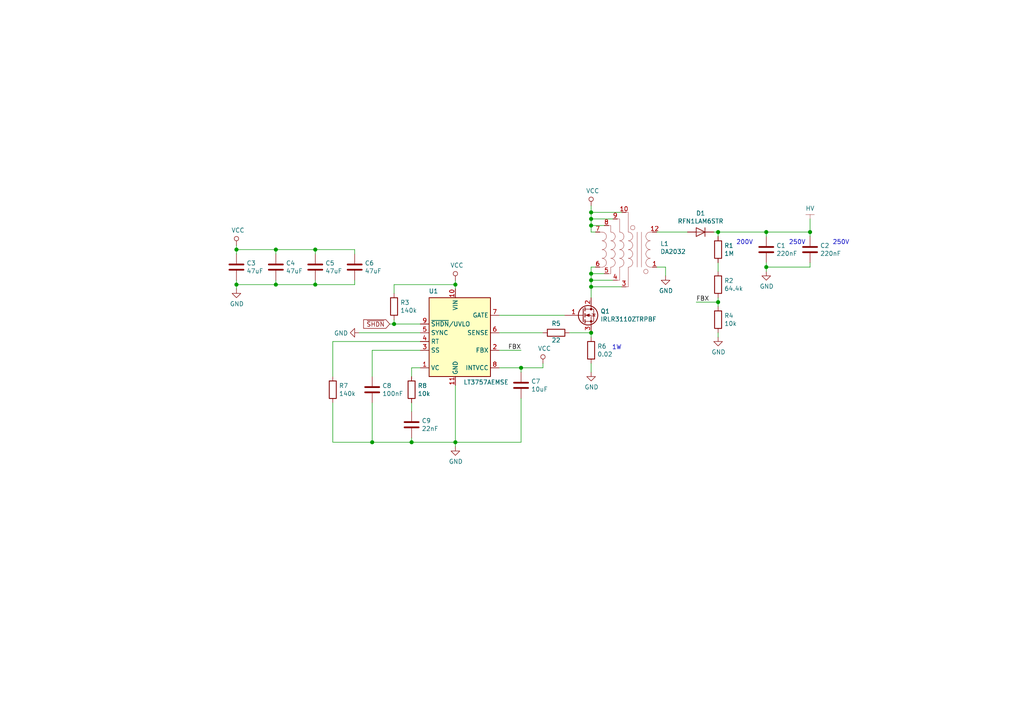
<source format=kicad_sch>
(kicad_sch (version 20200828) (generator eeschema)
  (page 2 4)
  (paper "A4")
  (title_block (title "Nixie Clock - HV Supply") (date "2021-03-10") (company "Bastian de Byl") (comment 1 "https://github.com/tonyp7/170v-nixie-power-supply/") (comment 2 "Original source from 'tonyp7'"))
  (lib_symbols
    (symbol "Device:C" (pin_numbers hide) (pin_names (offset 0.254))
      (property "Reference" "C" (at 0.635 2.54 0))
      (property "Value" "C" (at 0.635 -2.54 0))
      (symbol "C_0_1"
        (polyline (pts (xy -2.032 -0.762) (xy 2.032 -0.762)) (stroke (width 0.508)))
        (polyline (pts (xy -2.032 0.762) (xy 2.032 0.762)) (stroke (width 0.508)))
      )
      (symbol "C_1_1"
        (pin passive line (at 0 3.81 270) (length 2.794) (name "~") (number "1"))
        (pin passive line (at 0 -3.81 90) (length 2.794) (name "~") (number "2"))
      )
    )
    (symbol "Device:D" (pin_numbers hide) (pin_names (offset 1.016) hide)
      (property "Reference" "D" (at 0 2.54 0))
      (property "Value" "D" (at 0 -2.54 0))
      (symbol "D_0_1"
        (polyline (pts (xy -1.27 1.27) (xy -1.27 -1.27)) (stroke (width 0.2032)))
        (polyline (pts (xy 1.27 0) (xy -1.27 0)))
        (polyline (pts (xy 1.27 1.27) (xy 1.27 -1.27) (xy -1.27 0) (xy 1.27 1.27)) (stroke (width 0.2032)))
      )
      (symbol "D_1_1"
        (pin passive line (at -3.81 0 0) (length 2.54) (name "K") (number "1"))
        (pin passive line (at 3.81 0 180) (length 2.54) (name "A") (number "2"))
      )
    )
    (symbol "Device:Q_NMOS_GDS" (pin_names (offset 0) hide)
      (property "Reference" "Q" (at 5.08 1.27 0))
      (property "Value" "Q_NMOS_GDS" (at 5.08 -1.27 0))
      (symbol "Q_NMOS_GDS_0_1"
        (circle (center 1.651 0) (radius 2.8194) (stroke (width 0.254)))
        (circle (center 2.54 -1.778) (radius 0.2794) (fill (type outline)))
        (circle (center 2.54 1.778) (radius 0.2794) (fill (type outline)))
        (polyline (pts (xy 0.0508 0) (xy 0.254 0)))
        (polyline (pts (xy 0.762 -1.778) (xy 2.54 -1.778)))
        (polyline (pts (xy 0.762 -1.27) (xy 0.762 -2.286)) (stroke (width 0.254)))
        (polyline (pts (xy 0.762 0) (xy 2.54 0)))
        (polyline (pts (xy 0.762 0.508) (xy 0.762 -0.508)) (stroke (width 0.254)))
        (polyline (pts (xy 0.762 1.778) (xy 2.54 1.778)))
        (polyline (pts (xy 0.762 2.286) (xy 0.762 1.27)) (stroke (width 0.254)))
        (polyline (pts (xy 2.54 -1.778) (xy 2.54 -2.54)))
        (polyline (pts (xy 2.54 -1.778) (xy 2.54 0)))
        (polyline (pts (xy 2.54 2.54) (xy 2.54 1.778)))
        (polyline (pts (xy 0.254 1.905) (xy 0.254 -1.905) (xy 0.254 -1.905)) (stroke (width 0.254)))
        (polyline (pts (xy 1.016 0) (xy 2.032 0.381) (xy 2.032 -0.381) (xy 1.016 0)) (fill (type outline)))
        (polyline (pts (xy 2.54 -1.778) (xy 3.302 -1.778) (xy 3.302 1.778) (xy 2.54 1.778)))
        (polyline (pts (xy 2.794 0.508) (xy 2.921 0.381) (xy 3.683 0.381) (xy 3.81 0.254)))
        (polyline (pts (xy 3.302 0.381) (xy 2.921 -0.254) (xy 3.683 -0.254) (xy 3.302 0.381)))
      )
      (symbol "Q_NMOS_GDS_1_1"
        (pin input line (at -5.08 0 0) (length 5.08) (name "G") (number "1"))
        (pin passive line (at 2.54 5.08 270) (length 2.54) (name "D") (number "2"))
        (pin passive line (at 2.54 -5.08 90) (length 2.54) (name "S") (number "3"))
      )
    )
    (symbol "Device:R" (pin_numbers hide) (pin_names (offset 0))
      (property "Reference" "R" (at 2.032 0 90))
      (property "Value" "R" (at 0 0 90))
      (symbol "R_0_1"
        (rectangle (start -1.016 -2.54) (end 1.016 2.54) (stroke (width 0.254)))
      )
      (symbol "R_1_1"
        (pin passive line (at 0 3.81 270) (length 1.27) (name "~") (number "1"))
        (pin passive line (at 0 -3.81 90) (length 1.27) (name "~") (number "2"))
      )
    )
    (symbol "Personal:DA2032" (pin_names (offset 1.016))
      (property "Reference" "L" (at 3.81 -8.89 0))
      (property "Value" "DA2032" (at 6.35 8.89 0))
      (symbol "DA2032_0_1"
        (arc (start 0.635 2.54) (end 1.905 3.81) (radius (at 0.635 3.81) (length 1.27) (angles -90 0)) (stroke (width 0.0006)))
        (arc (start 0.635 5.08) (end 1.905 3.81) (radius (at 0.635 3.81) (length 1.27) (angles 90 0)) (stroke (width 0.0006)))
        (arc (start 0.635 0) (end 1.905 1.27) (radius (at 0.635 1.27) (length 1.27) (angles -90 0)) (stroke (width 0.0006)))
        (arc (start 0.635 2.54) (end 1.905 1.27) (radius (at 0.635 1.27) (length 1.27) (angles 90 0)) (stroke (width 0.0006)))
        (arc (start 0.635 -2.54) (end 1.905 -1.27) (radius (at 0.635 -1.27) (length 1.27) (angles -90 0)) (stroke (width 0.0006)))
        (arc (start 0.635 0) (end 1.905 -1.27) (radius (at 0.635 -1.27) (length 1.27) (angles 90 0)) (stroke (width 0.0006)))
        (arc (start 0.635 -5.08) (end 1.905 -3.81) (radius (at 0.635 -3.81) (length 1.27) (angles -90 0)) (stroke (width 0.0006)))
        (arc (start 0.635 -2.54) (end 1.905 -3.81) (radius (at 0.635 -3.81) (length 1.27) (angles 90 0)) (stroke (width 0.0006)))
        (arc (start -1.905 2.54) (end -0.635 3.81) (radius (at -1.905 3.81) (length 1.27) (angles -90 0)) (stroke (width 0.0006)))
        (arc (start -1.905 5.08) (end -0.635 3.81) (radius (at -1.905 3.81) (length 1.27) (angles 90 0)) (stroke (width 0.0006)))
        (arc (start -1.905 0) (end -0.635 1.27) (radius (at -1.905 1.27) (length 1.27) (angles -90 0)) (stroke (width 0.0006)))
        (arc (start -1.905 2.54) (end -0.635 1.27) (radius (at -1.905 1.27) (length 1.27) (angles 90 0)) (stroke (width 0.0006)))
        (arc (start -1.905 -2.54) (end -0.635 -1.27) (radius (at -1.905 -1.27) (length 1.27) (angles -90 0)) (stroke (width 0.0006)))
        (arc (start -1.905 0) (end -0.635 -1.27) (radius (at -1.905 -1.27) (length 1.27) (angles 90 0)) (stroke (width 0.0006)))
        (arc (start -1.905 -5.08) (end -0.635 -3.81) (radius (at -1.905 -3.81) (length 1.27) (angles -90 0)) (stroke (width 0.0006)))
        (arc (start -1.905 -2.54) (end -0.635 -3.81) (radius (at -1.905 -3.81) (length 1.27) (angles 90 0)) (stroke (width 0.0006)))
        (arc (start -4.445 2.54) (end -3.175 3.81) (radius (at -4.445 3.81) (length 1.27) (angles -90 0)) (stroke (width 0.0006)))
        (arc (start -4.445 5.08) (end -3.175 3.81) (radius (at -4.445 3.81) (length 1.27) (angles 90 0)) (stroke (width 0.0006)))
        (arc (start -4.445 0) (end -3.175 1.27) (radius (at -4.445 1.27) (length 1.27) (angles -90 0)) (stroke (width 0.0006)))
        (arc (start -4.445 2.54) (end -3.175 1.27) (radius (at -4.445 1.27) (length 1.27) (angles 90 0)) (stroke (width 0.0006)))
        (arc (start -4.445 -2.54) (end -3.175 -1.27) (radius (at -4.445 -1.27) (length 1.27) (angles -90 0)) (stroke (width 0.0006)))
        (arc (start -4.445 0) (end -3.175 -1.27) (radius (at -4.445 -1.27) (length 1.27) (angles 90 0)) (stroke (width 0.0006)))
        (arc (start -4.445 -5.08) (end -3.175 -3.81) (radius (at -4.445 -3.81) (length 1.27) (angles -90 0)) (stroke (width 0.0006)))
        (arc (start -4.445 -2.54) (end -3.175 -3.81) (radius (at -4.445 -3.81) (length 1.27) (angles 90 0)) (stroke (width 0.0006)))
        (arc (start -6.985 2.54) (end -5.715 3.81) (radius (at -6.985 3.81) (length 1.27) (angles -90 0)) (stroke (width 0.0006)))
        (arc (start -6.985 5.08) (end -5.715 3.81) (radius (at -6.985 3.81) (length 1.27) (angles 90 0)) (stroke (width 0.0006)))
        (arc (start -6.985 0) (end -5.715 1.27) (radius (at -6.985 1.27) (length 1.27) (angles -90 0)) (stroke (width 0.0006)))
        (arc (start -6.985 2.54) (end -5.715 1.27) (radius (at -6.985 1.27) (length 1.27) (angles 90 0)) (stroke (width 0.0006)))
        (arc (start -6.985 -2.54) (end -5.715 -1.27) (radius (at -6.985 -1.27) (length 1.27) (angles -90 0)) (stroke (width 0.0006)))
        (arc (start -6.985 0) (end -5.715 -1.27) (radius (at -6.985 -1.27) (length 1.27) (angles 90 0)) (stroke (width 0.0006)))
        (arc (start -6.985 -5.08) (end -5.715 -3.81) (radius (at -6.985 -3.81) (length 1.27) (angles -90 0)) (stroke (width 0.0006)))
        (arc (start -6.985 -2.54) (end -5.715 -3.81) (radius (at -6.985 -3.81) (length 1.27) (angles 90 0)) (stroke (width 0.0006)))
        (arc (start 6.985 -2.54) (end 5.715 -3.81) (radius (at 6.985 -3.81) (length 1.27) (angles 90 180)) (stroke (width 0.0006)))
        (arc (start 6.985 -5.08) (end 5.715 -3.81) (radius (at 6.985 -3.81) (length 1.27) (angles -90 180)) (stroke (width 0.0006)))
        (arc (start 6.985 0) (end 5.715 -1.27) (radius (at 6.985 -1.27) (length 1.27) (angles 90 180)) (stroke (width 0.0006)))
        (arc (start 6.985 -2.54) (end 5.715 -1.27) (radius (at 6.985 -1.27) (length 1.27) (angles -90 180)) (stroke (width 0.0006)))
        (arc (start 6.985 2.54) (end 5.715 1.27) (radius (at 6.985 1.27) (length 1.27) (angles 90 180)) (stroke (width 0.0006)))
        (arc (start 6.985 0) (end 5.715 1.27) (radius (at 6.985 1.27) (length 1.27) (angles -90 180)) (stroke (width 0.0006)))
        (arc (start 6.985 5.08) (end 5.715 3.81) (radius (at 6.985 3.81) (length 1.27) (angles 90 180)) (stroke (width 0.0006)))
        (arc (start 6.985 2.54) (end 5.715 3.81) (radius (at 6.985 3.81) (length 1.27) (angles -90 180)) (stroke (width 0.0006)))
        (circle (center 5.715 -6.35) (radius 0.635) (stroke (width 0.0006)))
        (circle (center 1.905 6.35) (radius 0.635) (stroke (width 0.0006)))
        (polyline (pts (xy 3.175 5.08) (xy 3.175 -5.08)) (stroke (width 0.0006)))
        (polyline (pts (xy 4.445 -5.08) (xy 4.445 5.08)) (stroke (width 0.0006)))
        (polyline (pts (xy -6.985 5.08) (xy -7.62 5.08)) (stroke (width 0.0006)))
        (polyline (pts (xy -6.985 -5.08) (xy -7.62 -5.08)) (stroke (width 0.0006)))
        (polyline (pts (xy 6.985 5.08) (xy 7.62 5.08)) (stroke (width 0.0006)))
        (polyline (pts (xy 6.985 -5.08) (xy 7.62 -5.08)) (stroke (width 0.0006)))
        (polyline (pts (xy -5.08 6.985) (xy -4.445 6.985) (xy -4.445 5.08)) (stroke (width 0.0006)))
        (polyline (pts (xy -2.54 8.89) (xy -1.905 8.89) (xy -1.905 5.08)) (stroke (width 0.0006)))
        (polyline (pts (xy 0 10.795) (xy 0.635 10.795) (xy 0.635 5.08)) (stroke (width 0.0006)))
        (polyline (pts (xy 0.635 -5.08) (xy 0.635 -10.795) (xy 0 -10.795)) (stroke (width 0.0006)))
        (polyline (pts (xy -1.905 -5.08) (xy -1.905 -8.89) (xy -2.54 -8.89)) (stroke (width 0.0006)))
        (polyline (pts (xy -4.445 -5.08) (xy -4.445 -6.985) (xy -5.08 -6.985)) (stroke (width 0.0006)))
      )
      (symbol "DA2032_1_1"
        (pin input line (at 8.89 -5.08 180) (length 1.27) (name "") (number "1"))
        (pin input line (at 8.89 5.08 180) (length 1.27) (name "") (number "12"))
        (pin input line (at -1.27 10.795 0) (length 1.27) (name "") (number "10"))
        (pin input line (at -3.81 8.89 0) (length 1.27) (name "") (number "9"))
        (pin input line (at -6.35 6.985 0) (length 1.27) (name "") (number "8"))
        (pin input line (at -8.89 5.08 0) (length 1.27) (name "") (number "7"))
        (pin input line (at -8.89 -5.08 0) (length 1.27) (name "") (number "6"))
        (pin input line (at -6.35 -6.985 0) (length 1.27) (name "") (number "5"))
        (pin input line (at -3.81 -8.89 0) (length 1.27) (name "") (number "4"))
        (pin input line (at -1.27 -10.795 0) (length 1.27) (name "") (number "3"))
      )
    )
    (symbol "Personal:HV" (power) (pin_names (offset 0)) (in_bom no) (on_board no)
      (property "Value" "HV" (at 0 2.54 0))
      (symbol "HV_0_1"
        (polyline (pts (xy 0 1.27) (xy 0 0)) (stroke (width 0.0006)))
        (polyline (pts (xy -1.27 1.27) (xy 1.27 1.27)) (stroke (width 0.0006)))
      )
      (symbol "HV_1_1"
        (pin power_in line (at 0 0 90) (length 0) hide (name "HV") (number ""))
      )
    )
    (symbol "Regulator_Switching:LT3757AEMSE"
      (property "Reference" "U" (at -6.35 11.43 0))
      (property "Value" "LT3757AEMSE" (at 1.27 11.43 0))
      (symbol "LT3757AEMSE_0_1"
        (rectangle (start -7.62 10.16) (end 10.16 -12.7) (stroke (width 0.254)) (fill (type background)))
      )
      (symbol "LT3757AEMSE_1_1"
        (pin input line (at -10.16 -10.16 0) (length 2.54) (name "VC") (number "1"))
        (pin power_in line (at 0 12.7 270) (length 2.54) (name "VIN") (number "10"))
        (pin power_in line (at 0 -15.24 90) (length 2.54) (name "GND") (number "11"))
        (pin input line (at 12.7 -5.08 180) (length 2.54) (name "FBX") (number "2"))
        (pin input line (at -10.16 -5.08 0) (length 2.54) (name "SS") (number "3"))
        (pin input line (at -10.16 -2.54 0) (length 2.54) (name "RT") (number "4"))
        (pin input line (at -10.16 0 0) (length 2.54) (name "SYNC") (number "5"))
        (pin input line (at 12.7 0 180) (length 2.54) (name "SENSE") (number "6"))
        (pin output line (at 12.7 5.08 180) (length 2.54) (name "GATE") (number "7"))
        (pin output line (at 12.7 -10.16 180) (length 2.54) (name "INTVCC") (number "8"))
        (pin input line (at -10.16 2.54 0) (length 2.54) (name "~SHDN~/UVLO") (number "9"))
      )
    )
    (symbol "power:GND" (power) (pin_names (offset 0))
      (property "Value" "GND" (at 0 -3.81 0))
      (symbol "GND_0_1"
        (polyline (pts (xy 0 0) (xy 0 -1.27) (xy 1.27 -1.27) (xy 0 -2.54) (xy -1.27 -1.27) (xy 0 -1.27)))
      )
      (symbol "GND_1_1"
        (pin power_in line (at 0 0 270) (length 0) hide (name "GND") (number "1"))
      )
    )
    (symbol "power:VCC" (power) (pin_names (offset 0))
      (property "Value" "VCC" (at 0 3.81 0))
      (symbol "VCC_0_1"
        (circle (center 0 1.905) (radius 0.635))
        (polyline (pts (xy 0 0) (xy 0 1.27)))
      )
      (symbol "VCC_1_1"
        (pin power_in line (at 0 0 90) (length 0) hide (name "VCC") (number "1"))
      )
    )
  )
  (junction (at 68.58 72.39) (diameter 1.016))
  (junction (at 68.58 82.55) (diameter 1.016))
  (junction (at 80.01 72.39) (diameter 1.016))
  (junction (at 80.01 82.55) (diameter 1.016))
  (junction (at 91.44 72.39) (diameter 1.016))
  (junction (at 91.44 82.55) (diameter 1.016))
  (junction (at 107.95 128.27) (diameter 1.016))
  (junction (at 114.3 93.98) (diameter 1.016))
  (junction (at 119.38 128.27) (diameter 1.016))
  (junction (at 132.08 82.55) (diameter 1.016))
  (junction (at 132.08 128.27) (diameter 1.016))
  (junction (at 151.13 106.68) (diameter 1.016))
  (junction (at 171.45 61.595) (diameter 1.016))
  (junction (at 171.45 63.5) (diameter 1.016))
  (junction (at 171.45 65.405) (diameter 1.016))
  (junction (at 171.45 79.375) (diameter 1.016))
  (junction (at 171.45 81.28) (diameter 1.016))
  (junction (at 171.45 83.185) (diameter 1.016))
  (junction (at 171.45 96.52) (diameter 1.016))
  (junction (at 208.28 67.31) (diameter 1.016))
  (junction (at 208.28 87.63) (diameter 1.016))
  (junction (at 222.25 67.31) (diameter 1.016))
  (junction (at 222.25 77.47) (diameter 1.016))
  (junction (at 234.95 67.31) (diameter 1.016))
  (wire (pts (xy 68.58 71.12) (xy 68.58 72.39)))
  (wire (pts (xy 68.58 72.39) (xy 68.58 73.66)))
  (wire (pts (xy 68.58 72.39) (xy 80.01 72.39)))
  (wire (pts (xy 68.58 81.28) (xy 68.58 82.55)))
  (wire (pts (xy 68.58 82.55) (xy 68.58 83.82)))
  (wire (pts (xy 80.01 72.39) (xy 80.01 73.66)))
  (wire (pts (xy 80.01 72.39) (xy 91.44 72.39)))
  (wire (pts (xy 80.01 81.28) (xy 80.01 82.55)))
  (wire (pts (xy 80.01 82.55) (xy 68.58 82.55)))
  (wire (pts (xy 91.44 72.39) (xy 91.44 73.66)))
  (wire (pts (xy 91.44 72.39) (xy 102.87 72.39)))
  (wire (pts (xy 91.44 81.28) (xy 91.44 82.55)))
  (wire (pts (xy 91.44 82.55) (xy 80.01 82.55)))
  (wire (pts (xy 96.52 99.06) (xy 96.52 109.22)))
  (wire (pts (xy 96.52 116.84) (xy 96.52 128.27)))
  (wire (pts (xy 96.52 128.27) (xy 107.95 128.27)))
  (wire (pts (xy 102.87 72.39) (xy 102.87 73.66)))
  (wire (pts (xy 102.87 81.28) (xy 102.87 82.55)))
  (wire (pts (xy 102.87 82.55) (xy 91.44 82.55)))
  (wire (pts (xy 104.14 96.52) (xy 121.92 96.52)))
  (wire (pts (xy 107.95 101.6) (xy 107.95 109.22)))
  (wire (pts (xy 107.95 116.84) (xy 107.95 128.27)))
  (wire (pts (xy 107.95 128.27) (xy 119.38 128.27)))
  (wire (pts (xy 113.03 93.98) (xy 114.3 93.98)))
  (wire (pts (xy 114.3 82.55) (xy 132.08 82.55)))
  (wire (pts (xy 114.3 85.09) (xy 114.3 82.55)))
  (wire (pts (xy 114.3 92.71) (xy 114.3 93.98)))
  (wire (pts (xy 114.3 93.98) (xy 121.92 93.98)))
  (wire (pts (xy 119.38 106.68) (xy 119.38 109.22)))
  (wire (pts (xy 119.38 116.84) (xy 119.38 119.38)))
  (wire (pts (xy 119.38 127) (xy 119.38 128.27)))
  (wire (pts (xy 119.38 128.27) (xy 132.08 128.27)))
  (wire (pts (xy 121.92 99.06) (xy 96.52 99.06)))
  (wire (pts (xy 121.92 101.6) (xy 107.95 101.6)))
  (wire (pts (xy 121.92 106.68) (xy 119.38 106.68)))
  (wire (pts (xy 132.08 81.28) (xy 132.08 82.55)))
  (wire (pts (xy 132.08 82.55) (xy 132.08 83.82)))
  (wire (pts (xy 132.08 111.76) (xy 132.08 128.27)))
  (wire (pts (xy 132.08 128.27) (xy 132.08 129.54)))
  (wire (pts (xy 144.78 91.44) (xy 163.83 91.44)))
  (wire (pts (xy 144.78 96.52) (xy 157.48 96.52)))
  (wire (pts (xy 144.78 101.6) (xy 151.13 101.6)))
  (wire (pts (xy 144.78 106.68) (xy 151.13 106.68)))
  (wire (pts (xy 151.13 106.68) (xy 151.13 107.95)))
  (wire (pts (xy 151.13 106.68) (xy 157.48 106.68)))
  (wire (pts (xy 151.13 115.57) (xy 151.13 128.27)))
  (wire (pts (xy 151.13 128.27) (xy 132.08 128.27)))
  (wire (pts (xy 157.48 105.41) (xy 157.48 106.68)))
  (wire (pts (xy 165.1 96.52) (xy 171.45 96.52)))
  (wire (pts (xy 171.45 59.69) (xy 171.45 61.595)))
  (wire (pts (xy 171.45 61.595) (xy 171.45 63.5)))
  (wire (pts (xy 171.45 63.5) (xy 171.45 65.405)))
  (wire (pts (xy 171.45 63.5) (xy 177.8 63.5)))
  (wire (pts (xy 171.45 65.405) (xy 171.45 67.31)))
  (wire (pts (xy 171.45 65.405) (xy 175.26 65.405)))
  (wire (pts (xy 171.45 67.31) (xy 172.72 67.31)))
  (wire (pts (xy 171.45 77.47) (xy 172.72 77.47)))
  (wire (pts (xy 171.45 79.375) (xy 171.45 77.47)))
  (wire (pts (xy 171.45 79.375) (xy 175.26 79.375)))
  (wire (pts (xy 171.45 81.28) (xy 171.45 79.375)))
  (wire (pts (xy 171.45 81.28) (xy 177.8 81.28)))
  (wire (pts (xy 171.45 83.185) (xy 171.45 81.28)))
  (wire (pts (xy 171.45 83.185) (xy 171.45 86.36)))
  (wire (pts (xy 171.45 96.52) (xy 171.45 97.79)))
  (wire (pts (xy 171.45 105.41) (xy 171.45 107.95)))
  (wire (pts (xy 180.34 61.595) (xy 171.45 61.595)))
  (wire (pts (xy 180.34 83.185) (xy 171.45 83.185)))
  (wire (pts (xy 190.5 67.31) (xy 199.39 67.31)))
  (wire (pts (xy 190.5 77.47) (xy 193.04 77.47)))
  (wire (pts (xy 193.04 77.47) (xy 193.04 80.01)))
  (wire (pts (xy 201.93 87.63) (xy 208.28 87.63)))
  (wire (pts (xy 207.01 67.31) (xy 208.28 67.31)))
  (wire (pts (xy 208.28 67.31) (xy 208.28 68.58)))
  (wire (pts (xy 208.28 67.31) (xy 222.25 67.31)))
  (wire (pts (xy 208.28 76.2) (xy 208.28 78.74)))
  (wire (pts (xy 208.28 86.36) (xy 208.28 87.63)))
  (wire (pts (xy 208.28 87.63) (xy 208.28 88.9)))
  (wire (pts (xy 208.28 96.52) (xy 208.28 97.79)))
  (wire (pts (xy 222.25 67.31) (xy 222.25 68.58)))
  (wire (pts (xy 222.25 67.31) (xy 234.95 67.31)))
  (wire (pts (xy 222.25 76.2) (xy 222.25 77.47)))
  (wire (pts (xy 222.25 77.47) (xy 222.25 78.74)))
  (wire (pts (xy 222.25 77.47) (xy 234.95 77.47)))
  (wire (pts (xy 234.95 63.5) (xy 234.95 67.31)))
  (wire (pts (xy 234.95 67.31) (xy 234.95 68.58)))
  (wire (pts (xy 234.95 76.2) (xy 234.95 77.47)))
  (text "1W" (at 180.34 101.6 180) (effects (font (size 1.27 1.27)) (justify right bottom)))
  (text "200V" (at 218.44 71.12 180) (effects (font (size 1.27 1.27)) (justify right bottom)))
  (text "250V" (at 233.68 71.12 180) (effects (font (size 1.27 1.27)) (justify right bottom)))
  (text "250V" (at 246.38 71.12 180) (effects (font (size 1.27 1.27)) (justify right bottom)))
  (label "FBX" (at 151.13 101.6 180))
  (label "FBX" (at 201.93 87.63 0))
  (global_label "~SHDN" (shape input) (at 113.03 93.98 180))
  (symbol (lib_id "Personal:HV") (at 234.95 63.5 0) (unit 1) (in_bom no) (on_board no)
    (property "Reference" "#PWR02" (effects hide))
    (property "Value" "HV" (at 234.95 60.4452 0))
  )
  (symbol (lib_id "power:VCC") (at 68.58 71.12 0) (unit 1)
    (property "Reference" "#PWR03" (effects hide))
    (property "Value" "VCC" (at 69.0118 66.7956 0))
  )
  (symbol (lib_id "power:VCC") (at 132.08 81.28 0) (unit 1)
    (property "Reference" "#PWR06" (effects hide))
    (property "Value" "VCC" (at 132.5118 76.9556 0))
  )
  (symbol (lib_id "power:VCC") (at 157.48 105.41 0) (unit 1)
    (property "Reference" "#PWR010" (effects hide))
    (property "Value" "VCC" (at 157.9118 101.0856 0))
  )
  (symbol (lib_id "power:VCC") (at 171.45 59.69 0) (unit 1)
    (property "Reference" "#PWR01" (effects hide))
    (property "Value" "VCC" (at 171.8818 55.3656 0))
  )
  (symbol (lib_id "power:GND") (at 68.58 83.82 0) (unit 1)
    (property "Reference" "#PWR07" (effects hide))
    (property "Value" "GND" (at 68.6943 88.1444 0))
  )
  (symbol (lib_id "power:GND") (at 104.14 96.52 270) (unit 1)
    (property "Reference" "#PWR08" (effects hide))
    (property "Value" "GND" (at 100.965 96.6343 90) (effects (justify right)))
  )
  (symbol (lib_id "power:GND") (at 132.08 129.54 0) (unit 1)
    (property "Reference" "#PWR012" (effects hide))
    (property "Value" "GND" (at 132.1943 133.8644 0))
  )
  (symbol (lib_id "power:GND") (at 171.45 107.95 0) (unit 1)
    (property "Reference" "#PWR011" (effects hide))
    (property "Value" "GND" (at 171.5643 112.2744 0))
  )
  (symbol (lib_id "power:GND") (at 193.04 80.01 0) (unit 1)
    (property "Reference" "#PWR05" (effects hide))
    (property "Value" "GND" (at 193.1543 84.3344 0))
  )
  (symbol (lib_id "power:GND") (at 208.28 97.79 0) (unit 1)
    (property "Reference" "#PWR09" (effects hide))
    (property "Value" "GND" (at 208.3943 102.1144 0))
  )
  (symbol (lib_id "power:GND") (at 222.25 78.74 0) (unit 1)
    (property "Reference" "#PWR04" (effects hide))
    (property "Value" "GND" (at 222.3643 83.0644 0))
  )
  (symbol (lib_id "Device:R") (at 96.52 113.03 0) (unit 1)
    (property "Reference" "R7" (at 98.2981 111.8806 0) (effects (justify left)))
    (property "Value" "140k" (at 98.298 114.179 0) (effects (justify left)))
    (property "Footprint" "Resistor_SMD:R_0603_1608Metric_Pad1.05x0.95mm_HandSolder" (effects hide))
  )
  (symbol (lib_id "Device:R") (at 114.3 88.9 0) (unit 1)
    (property "Reference" "R3" (at 116.0781 87.7506 0) (effects (justify left)))
    (property "Value" "140k" (at 116.078 90.049 0) (effects (justify left)))
    (property "Footprint" "Resistor_SMD:R_0603_1608Metric_Pad1.05x0.95mm_HandSolder" (effects hide))
  )
  (symbol (lib_id "Device:R") (at 119.38 113.03 0) (unit 1)
    (property "Reference" "R8" (at 121.1581 111.8806 0) (effects (justify left)))
    (property "Value" "10k" (at 121.158 114.179 0) (effects (justify left)))
    (property "Footprint" "Resistor_SMD:R_0603_1608Metric_Pad1.05x0.95mm_HandSolder" (effects hide))
  )
  (symbol (lib_id "Device:R") (at 161.29 96.52 270) (unit 1)
    (property "Reference" "R5" (at 161.29 93.8338 90))
    (property "Value" "22" (at 161.29 98.672 90))
    (property "Footprint" "Resistor_SMD:R_0603_1608Metric_Pad1.05x0.95mm_HandSolder" (effects hide))
  )
  (symbol (lib_id "Device:R") (at 171.45 101.6 0) (unit 1)
    (property "Reference" "R6" (at 173.2281 100.4506 0) (effects (justify left)))
    (property "Value" "0.02" (at 173.228 102.749 0) (effects (justify left)))
    (property "Footprint" "Resistor_SMD:R_0603_1608Metric_Pad1.05x0.95mm_HandSolder" (effects hide))
  )
  (symbol (lib_id "Device:R") (at 208.28 72.39 0) (unit 1)
    (property "Reference" "R1" (at 210.0581 71.2406 0) (effects (justify left)))
    (property "Value" "1M" (at 210.058 73.539 0) (effects (justify left)))
    (property "Footprint" "Resistor_SMD:R_1206_3216Metric_Pad1.42x1.75mm_HandSolder" (effects hide))
  )
  (symbol (lib_id "Device:R") (at 208.28 82.55 0) (unit 1)
    (property "Reference" "R2" (at 210.0581 81.4006 0) (effects (justify left)))
    (property "Value" "64.4k" (at 210.058 83.699 0) (effects (justify left)))
    (property "Footprint" "Resistor_SMD:R_0603_1608Metric_Pad1.05x0.95mm_HandSolder" (effects hide))
  )
  (symbol (lib_id "Device:R") (at 208.28 92.71 0) (unit 1)
    (property "Reference" "R4" (at 210.0581 91.5606 0) (effects (justify left)))
    (property "Value" "10k" (at 210.058 93.859 0) (effects (justify left)))
    (property "Footprint" "Resistor_SMD:R_0603_1608Metric_Pad1.05x0.95mm_HandSolder" (effects hide))
  )
  (symbol (lib_id "Device:D") (at 203.2 67.31 180) (unit 1)
    (property "Reference" "D1" (at 203.2 61.8552 0))
    (property "Value" "RFN1LAM6STR" (at 203.2 64.1539 0))
    (property "Footprint" "Personal:SOD128" (effects hide))
  )
  (symbol (lib_id "Device:C") (at 68.58 77.47 0) (unit 1)
    (property "Reference" "C3" (at 71.5011 76.3206 0) (effects (justify left)))
    (property "Value" "47uF" (at 71.501 78.619 0) (effects (justify left)))
    (property "Footprint" "Capacitor_SMD:C_1210_3225Metric_Pad1.42x2.65mm_HandSolder" (effects hide))
  )
  (symbol (lib_id "Device:C") (at 80.01 77.47 0) (unit 1)
    (property "Reference" "C4" (at 82.9311 76.3206 0) (effects (justify left)))
    (property "Value" "47uF" (at 82.931 78.619 0) (effects (justify left)))
    (property "Footprint" "Capacitor_SMD:C_1210_3225Metric_Pad1.42x2.65mm_HandSolder" (effects hide))
  )
  (symbol (lib_id "Device:C") (at 91.44 77.47 0) (unit 1)
    (property "Reference" "C5" (at 94.3611 76.3206 0) (effects (justify left)))
    (property "Value" "47uF" (at 94.361 78.619 0) (effects (justify left)))
    (property "Footprint" "Capacitor_SMD:C_1210_3225Metric_Pad1.42x2.65mm_HandSolder" (effects hide))
  )
  (symbol (lib_id "Device:C") (at 102.87 77.47 0) (unit 1)
    (property "Reference" "C6" (at 105.7911 76.3206 0) (effects (justify left)))
    (property "Value" "47uF" (at 105.791 78.619 0) (effects (justify left)))
    (property "Footprint" "Capacitor_SMD:C_1210_3225Metric_Pad1.42x2.65mm_HandSolder" (effects hide))
  )
  (symbol (lib_id "Device:C") (at 107.95 113.03 0) (unit 1)
    (property "Reference" "C8" (at 110.8711 111.8806 0) (effects (justify left)))
    (property "Value" "100nF" (at 110.871 114.179 0) (effects (justify left)))
    (property "Footprint" "Capacitor_SMD:C_0603_1608Metric_Pad1.05x0.95mm_HandSolder" (effects hide))
  )
  (symbol (lib_id "Device:C") (at 119.38 123.19 0) (unit 1)
    (property "Reference" "C9" (at 122.3011 122.0406 0) (effects (justify left)))
    (property "Value" "22nF" (at 122.301 124.339 0) (effects (justify left)))
    (property "Footprint" "Capacitor_SMD:C_0603_1608Metric_Pad1.05x0.95mm_HandSolder" (effects hide))
  )
  (symbol (lib_id "Device:C") (at 151.13 111.76 0) (unit 1)
    (property "Reference" "C7" (at 154.0511 110.6106 0) (effects (justify left)))
    (property "Value" "10uF" (at 154.051 112.909 0) (effects (justify left)))
    (property "Footprint" "Capacitor_SMD:C_0603_1608Metric_Pad1.05x0.95mm_HandSolder" (effects hide))
  )
  (symbol (lib_id "Device:C") (at 222.25 72.39 0) (unit 1)
    (property "Reference" "C1" (at 225.1711 71.2406 0) (effects (justify left)))
    (property "Value" "220nF" (at 225.171 73.539 0) (effects (justify left)))
    (property "Footprint" "Capacitor_SMD:C_1206_3216Metric_Pad1.42x1.75mm_HandSolder" (effects hide))
  )
  (symbol (lib_id "Device:C") (at 234.95 72.39 0) (unit 1)
    (property "Reference" "C2" (at 237.8711 71.2406 0) (effects (justify left)))
    (property "Value" "220nF" (at 237.871 73.539 0) (effects (justify left)))
    (property "Footprint" "Capacitor_SMD:C_1206_3216Metric_Pad1.42x1.75mm_HandSolder" (effects hide))
  )
  (symbol (lib_id "Device:Q_NMOS_GDS") (at 168.91 91.44 0) (unit 1)
    (property "Reference" "Q1" (at 174.1425 90.2906 0) (effects (justify left)))
    (property "Value" "IRLR3110ZTRPBF" (at 174.142 92.589 0) (effects (justify left)))
    (property "Footprint" "Package_TO_SOT_SMD:TO-252-2" (effects hide))
  )
  (symbol (lib_id "Personal:DA2032") (at 181.61 72.39 0) (unit 1)
    (property "Reference" "L1" (at 191.5161 70.6818 0) (effects (justify left)))
    (property "Value" "DA2032" (at 191.5161 72.9805 0) (effects (justify left)))
    (property "Footprint" "Personal:DA2032-AL" (effects hide))
  )
  (symbol (lib_id "Regulator_Switching:LT3757AEMSE") (at 132.08 96.52 0) (unit 1)
    (property "Reference" "U1" (at 125.73 84.4358 0))
    (property "Value" "LT3757AEMSE" (at 140.97 110.8645 0))
    (property "Footprint" "Package_SO:MSOP-10-1EP_3x3mm_P0.5mm_EP1.68x1.88mm" (effects hide))
    (property "Datasheet" "https://www.analog.com/media/en/technical-documentation/data-sheets/3757Afe.pdf" (effects hide))
  )
)
</source>
